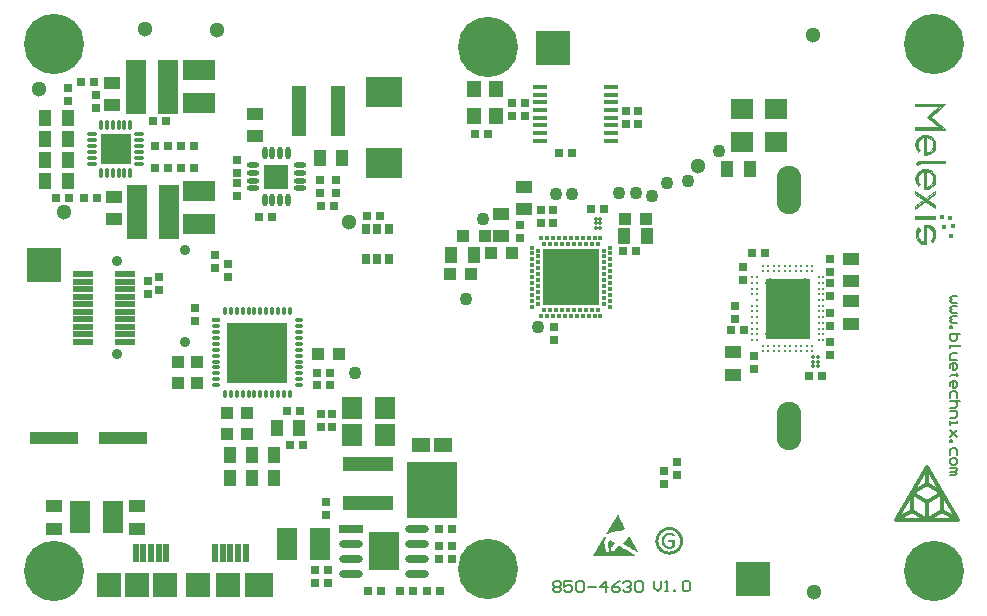
<source format=gts>
G04 Layer_Color=8388736*
%FSLAX44Y44*%
%MOMM*%
G71*
G01*
G75*
%ADD50C,0.3000*%
%ADD55C,0.3000*%
%ADD58C,0.2000*%
%ADD73C,0.8000*%
%ADD80C,0.3500*%
%ADD102C,0.1016*%
%ADD103R,2.5500X3.2500*%
%ADD104R,0.3302X0.3302*%
%ADD105R,3.0000X3.0000*%
G04:AMPARAMS|DCode=106|XSize=0.4mm|YSize=0.4mm|CornerRadius=0.125mm|HoleSize=0mm|Usage=FLASHONLY|Rotation=90.000|XOffset=0mm|YOffset=0mm|HoleType=Round|Shape=RoundedRectangle|*
%AMROUNDEDRECTD106*
21,1,0.4000,0.1500,0,0,90.0*
21,1,0.1500,0.4000,0,0,90.0*
1,1,0.2500,0.0750,0.0750*
1,1,0.2500,0.0750,-0.0750*
1,1,0.2500,-0.0750,-0.0750*
1,1,0.2500,-0.0750,0.0750*
%
%ADD106ROUNDEDRECTD106*%
%ADD107R,4.7000X4.7000*%
%ADD108C,1.1000*%
%ADD109R,1.0000X1.1000*%
%ADD110R,0.7000X0.9000*%
%ADD111R,0.7000X0.7000*%
%ADD112R,0.7000X0.7000*%
%ADD113R,1.7000X0.5000*%
%ADD114R,1.7000X0.5000*%
%ADD115O,2.0000X0.7000*%
%ADD116R,2.0000X0.7000*%
%ADD117R,4.3000X1.3000*%
%ADD118R,5.2000X5.2000*%
%ADD119O,0.3500X0.7500*%
%ADD120O,0.7500X0.3500*%
%ADD121R,0.7500X0.3500*%
%ADD122C,0.2800*%
%ADD123R,1.7000X2.8000*%
%ADD124R,2.4000X2.0000*%
%ADD125R,0.5000X1.5000*%
%ADD126R,2.0000X2.0000*%
%ADD127R,4.2500X4.7500*%
%ADD128R,1.5500X1.2500*%
%ADD129R,1.1000X1.0000*%
%ADD130R,1.1000X1.4000*%
%ADD131R,4.1000X1.1000*%
%ADD132R,1.2000X1.4000*%
%ADD133R,1.7000X4.6000*%
%ADD134R,1.4000X1.1000*%
%ADD135R,3.1000X2.5000*%
%ADD136R,1.9000X1.7000*%
%ADD137O,0.3500X0.9000*%
%ADD138O,0.9000X0.3500*%
%ADD139R,2.5000X2.5000*%
%ADD140O,1.1000X0.4500*%
%ADD141O,0.4500X1.1000*%
%ADD142R,2.0500X2.0500*%
%ADD143R,1.3000X4.3000*%
%ADD144R,2.8000X1.7000*%
%ADD145R,1.3000X0.4000*%
%ADD146R,1.7000X1.9000*%
%ADD147C,0.9000*%
%ADD148C,5.1000*%
%ADD149R,3.8000X5.1000*%
%ADD150C,1.3000*%
%ADD151O,2.1000X4.1000*%
G36*
X505490Y74962D02*
X505536Y74916D01*
X505582Y74824D01*
X505674Y74641D01*
X505811Y74366D01*
X505994Y74000D01*
X506223Y73541D01*
X506544Y72946D01*
X506911Y72167D01*
X507369Y71250D01*
X507644Y70746D01*
X507965Y70196D01*
X508285Y69555D01*
X508606Y68868D01*
X508973Y68180D01*
X509385Y67401D01*
X509843Y66531D01*
X510302Y65660D01*
X510760Y64698D01*
X511310Y63690D01*
Y63644D01*
X511264Y63552D01*
X511172Y63415D01*
X511035Y63232D01*
X510897Y62957D01*
X510622Y62727D01*
X510347Y62453D01*
X509981Y62178D01*
X509523Y61857D01*
X509019Y61582D01*
X508377Y61353D01*
X507644Y61124D01*
X506819Y60895D01*
X505903Y60757D01*
X504849Y60665D01*
X503657Y60620D01*
X503199D01*
X502878Y60574D01*
X502512Y60528D01*
X502054Y60482D01*
X501595Y60391D01*
X501046Y60299D01*
X499946Y59978D01*
X498800Y59520D01*
X498251Y59245D01*
X497747Y58924D01*
X497242Y58512D01*
X496830Y58054D01*
X496784Y58099D01*
X496647Y58191D01*
X496464Y58283D01*
X496234Y58466D01*
X495730Y58787D01*
X495547Y58970D01*
X495410Y59108D01*
X495455Y59153D01*
X495501Y59291D01*
X495639Y59474D01*
X495822Y59795D01*
X496051Y60116D01*
X496280Y60574D01*
X496601Y61032D01*
X496922Y61536D01*
X497288Y62132D01*
X497655Y62727D01*
X498480Y64056D01*
X499350Y65477D01*
X500267Y66943D01*
X501183Y68409D01*
X502054Y69876D01*
X502878Y71205D01*
X503612Y72396D01*
X503978Y72946D01*
X504253Y73450D01*
X504528Y73862D01*
X504757Y74229D01*
X504986Y74549D01*
X505124Y74779D01*
X505215Y74962D01*
X505261Y75008D01*
X505490D01*
Y74962D01*
D02*
G37*
G36*
X522215Y43162D02*
X522169D01*
X522124Y43116D01*
X522078Y43024D01*
X522032D01*
X521940Y43116D01*
X521803Y43208D01*
X521574Y43299D01*
X521299Y43482D01*
X520978Y43666D01*
X520199Y44078D01*
X519328Y44628D01*
X518275Y45224D01*
X517175Y45865D01*
X516029Y46507D01*
X514884Y47194D01*
X513784Y47835D01*
X512684Y48477D01*
X511676Y49073D01*
X510852Y49577D01*
X510439Y49852D01*
X510118Y50035D01*
X509843Y50218D01*
X509614Y50356D01*
X509431Y50493D01*
X509294Y50585D01*
Y50905D01*
X511493Y52693D01*
X511539Y52738D01*
X511676Y52876D01*
X511860Y53105D01*
X512089Y53426D01*
X512409Y53838D01*
X512776Y54342D01*
X513188Y54984D01*
X513601Y55671D01*
X515113Y56129D01*
X522215Y43162D01*
D02*
G37*
G36*
X493943Y56312D02*
X494081Y56267D01*
X494264Y56129D01*
X494493Y55992D01*
X494951Y55717D01*
X495135Y55579D01*
X495226Y55442D01*
X495181Y55350D01*
X495043Y55121D01*
X494860Y54755D01*
X494631Y54250D01*
X494402Y53655D01*
X494127Y53013D01*
X493898Y52326D01*
X493714Y51639D01*
Y51547D01*
Y51410D01*
Y51272D01*
X493760Y51043D01*
X493806Y50768D01*
Y50447D01*
X493898Y50127D01*
X493943Y49714D01*
X494035Y49256D01*
X494127Y48752D01*
X494264Y48202D01*
X494447Y47652D01*
X494585Y47011D01*
X495043Y45590D01*
X495410Y44170D01*
Y44124D01*
X495455Y44032D01*
X495501Y43849D01*
X495593Y43666D01*
X495776Y43345D01*
X495868Y43208D01*
X495959Y43162D01*
X496830Y42841D01*
X497288D01*
X497334Y42887D01*
X497472Y42933D01*
X497563Y43070D01*
X497701Y43253D01*
X497838Y43574D01*
X497930Y43987D01*
X497976Y44536D01*
Y44765D01*
Y44857D01*
Y45040D01*
X497930Y45361D01*
X497884Y45774D01*
X497747Y46186D01*
X497609Y46644D01*
X497380Y47056D01*
X497059Y47423D01*
Y47469D01*
X497105Y47606D01*
Y47790D01*
X497151Y48019D01*
X497197Y48523D01*
X497242Y48752D01*
Y48935D01*
Y49073D01*
Y49118D01*
Y49256D01*
X497197Y49439D01*
Y49714D01*
X497105Y50035D01*
X497013Y50402D01*
X496876Y50814D01*
X496693Y51272D01*
X496784Y51318D01*
X496968Y51501D01*
X497242Y51776D01*
X497563Y52097D01*
X497930Y52463D01*
X498205Y52876D01*
X498434Y53242D01*
X498571Y53563D01*
X498709D01*
X498800Y53471D01*
X498892Y53380D01*
X499075Y53242D01*
X499579Y52876D01*
X500175Y52418D01*
X500862Y51959D01*
X501550Y51547D01*
X502283Y51181D01*
X502970Y50905D01*
Y50768D01*
X502924Y50676D01*
X502787Y50539D01*
X502558Y50264D01*
X502374Y50081D01*
X502145Y49852D01*
X501870Y49531D01*
X501550Y49210D01*
X501183Y48844D01*
X500725Y48385D01*
X500221Y47881D01*
X499625Y47332D01*
Y47286D01*
X499579Y47194D01*
X499534Y47011D01*
X499442Y46827D01*
X499304Y46415D01*
X499259Y46232D01*
Y46048D01*
Y44674D01*
Y44628D01*
X499304Y44536D01*
X499350Y44490D01*
X499717Y43987D01*
X500083Y43712D01*
X500587D01*
X500771Y43757D01*
X501046Y43849D01*
X501366Y43987D01*
X501687Y44124D01*
X502008Y44307D01*
X502329Y44490D01*
X502512Y44765D01*
X503062Y45590D01*
Y45636D01*
X503108Y45682D01*
X503337Y45957D01*
X503612Y46369D01*
X504024Y46873D01*
X504482Y47377D01*
X505032Y47973D01*
X505674Y48477D01*
X506315Y48935D01*
X506361Y48889D01*
X506453Y48844D01*
X506682Y48706D01*
X506911Y48569D01*
X507231Y48385D01*
X507598Y48156D01*
X508010Y47881D01*
X508515Y47561D01*
X509568Y46919D01*
X510760Y46186D01*
X511997Y45407D01*
X513326Y44582D01*
X514609Y43757D01*
X515892Y42978D01*
X517083Y42245D01*
X518137Y41558D01*
X518595Y41283D01*
X519008Y41008D01*
X519420Y40779D01*
X519741Y40550D01*
X519970Y40367D01*
X520153Y40275D01*
X520291Y40183D01*
X520336Y40138D01*
Y40046D01*
X484183D01*
X484092Y40092D01*
X484000Y40138D01*
X483954Y40275D01*
X493806Y56358D01*
X493898D01*
X493943Y56312D01*
D02*
G37*
G36*
X549561Y64479D02*
X549996Y64431D01*
X550479Y64334D01*
X551010Y64237D01*
X551590Y64093D01*
X552266Y63899D01*
X552894Y63706D01*
X553619Y63416D01*
X554295Y63078D01*
X555020Y62691D01*
X555696Y62208D01*
X556373Y61725D01*
X557049Y61097D01*
X557097Y61049D01*
X557194Y60952D01*
X557387Y60759D01*
X557580Y60469D01*
X557822Y60131D01*
X558112Y59745D01*
X558450Y59310D01*
X558788Y58778D01*
X559078Y58199D01*
X559416Y57571D01*
X559706Y56894D01*
X559948Y56170D01*
X560141Y55348D01*
X560334Y54527D01*
X560431Y53706D01*
X560479Y52788D01*
Y52740D01*
Y52595D01*
Y52305D01*
X560431Y51967D01*
X560382Y51532D01*
X560286Y51049D01*
X560189Y50517D01*
X560044Y49889D01*
X559851Y49261D01*
X559658Y48585D01*
X559368Y47908D01*
X559030Y47184D01*
X558643Y46459D01*
X558160Y45783D01*
X557677Y45106D01*
X557049Y44430D01*
X557001Y44382D01*
X556904Y44285D01*
X556711Y44140D01*
X556421Y43899D01*
X556083Y43657D01*
X555696Y43367D01*
X555261Y43077D01*
X554730Y42739D01*
X554150Y42449D01*
X553522Y42111D01*
X552846Y41821D01*
X552121Y41580D01*
X551300Y41338D01*
X550479Y41193D01*
X549657Y41097D01*
X548740Y41048D01*
X548256D01*
X547918Y41097D01*
X547483Y41145D01*
X547000Y41241D01*
X546469Y41338D01*
X545889Y41483D01*
X545213Y41628D01*
X544585Y41870D01*
X543860Y42160D01*
X543184Y42498D01*
X542459Y42884D01*
X541783Y43319D01*
X541106Y43850D01*
X540430Y44430D01*
X540382Y44478D01*
X540285Y44575D01*
X540092Y44768D01*
X539899Y45058D01*
X539657Y45396D01*
X539367Y45783D01*
X539029Y46218D01*
X538739Y46749D01*
X538401Y47329D01*
X538063Y47957D01*
X537773Y48681D01*
X537531Y49406D01*
X537338Y50179D01*
X537145Y51000D01*
X537048Y51870D01*
X537000Y52788D01*
Y52836D01*
Y53029D01*
Y53271D01*
X537048Y53609D01*
X537097Y54044D01*
X537193Y54527D01*
X537290Y55058D01*
X537435Y55638D01*
X537628Y56315D01*
X537821Y56943D01*
X538111Y57667D01*
X538449Y58344D01*
X538836Y59068D01*
X539319Y59745D01*
X539850Y60421D01*
X540430Y61097D01*
X540478Y61146D01*
X540575Y61242D01*
X540768Y61435D01*
X541058Y61629D01*
X541396Y61870D01*
X541783Y62160D01*
X542218Y62498D01*
X542749Y62836D01*
X543329Y63126D01*
X543957Y63464D01*
X544633Y63754D01*
X545406Y63996D01*
X546179Y64189D01*
X547000Y64382D01*
X547822Y64479D01*
X548740Y64527D01*
X549223D01*
X549561Y64479D01*
D02*
G37*
%LPC*%
G36*
X548740Y61967D02*
X548353D01*
X548111Y61919D01*
X547773Y61870D01*
X547387Y61822D01*
X546517Y61629D01*
X545454Y61290D01*
X544392Y60807D01*
X543812Y60518D01*
X543280Y60179D01*
X542749Y59745D01*
X542218Y59261D01*
X542169Y59213D01*
X542121Y59117D01*
X541976Y58972D01*
X541783Y58778D01*
X541590Y58537D01*
X541396Y58199D01*
X541155Y57860D01*
X540913Y57426D01*
X540382Y56508D01*
X539995Y55397D01*
X539657Y54141D01*
X539609Y53464D01*
X539561Y52788D01*
Y52740D01*
Y52643D01*
Y52401D01*
X539609Y52160D01*
X539657Y51822D01*
X539705Y51435D01*
X539899Y50566D01*
X540188Y49503D01*
X540672Y48440D01*
X541010Y47860D01*
X541348Y47329D01*
X541735Y46797D01*
X542218Y46266D01*
X542266Y46218D01*
X542363Y46169D01*
X542507Y46024D01*
X542701Y45831D01*
X542942Y45638D01*
X543280Y45445D01*
X543619Y45203D01*
X544053Y44962D01*
X545020Y44430D01*
X546131Y44044D01*
X547387Y43705D01*
X548015Y43657D01*
X548740Y43609D01*
X549126D01*
X549368Y43657D01*
X549706Y43705D01*
X550092Y43754D01*
X550962Y43947D01*
X551976Y44237D01*
X553088Y44720D01*
X553619Y45058D01*
X554150Y45396D01*
X554682Y45783D01*
X555213Y46266D01*
X555261Y46314D01*
X555310Y46411D01*
X555455Y46556D01*
X555648Y46749D01*
X555841Y46990D01*
X556083Y47329D01*
X556324Y47667D01*
X556566Y48102D01*
X557049Y49068D01*
X557484Y50179D01*
X557822Y51435D01*
X557870Y52063D01*
X557919Y52788D01*
Y52836D01*
Y52933D01*
Y53174D01*
X557870Y53416D01*
X557822Y53754D01*
X557774Y54141D01*
X557580Y55010D01*
X557242Y56025D01*
X556759Y57087D01*
X556469Y57667D01*
X556131Y58199D01*
X555696Y58730D01*
X555213Y59261D01*
X555165Y59310D01*
X555117Y59358D01*
X554923Y59503D01*
X554730Y59696D01*
X554488Y59889D01*
X554150Y60131D01*
X553812Y60373D01*
X553426Y60614D01*
X552459Y61097D01*
X551348Y61532D01*
X550092Y61870D01*
X549464Y61919D01*
X548740Y61967D01*
D02*
G37*
%LPD*%
G36*
X549947Y59406D02*
X550479Y59310D01*
X550624D01*
X550914Y59261D01*
X551300Y59165D01*
X551735Y59020D01*
X551783D01*
X551831Y58972D01*
X552025Y58923D01*
X552314Y58778D01*
X552556Y58633D01*
X552604D01*
X552749Y58537D01*
X552894Y58440D01*
X553039Y58344D01*
X553088D01*
X553136Y58247D01*
X553232Y58005D01*
Y57957D01*
X553281Y57860D01*
Y57716D01*
Y57426D01*
Y57377D01*
Y57329D01*
X553232Y57039D01*
Y56991D01*
Y56943D01*
X553184Y56749D01*
Y56701D01*
X553088Y56604D01*
X553039D01*
X552943Y56556D01*
X552894D01*
X552846Y56604D01*
X552701Y56653D01*
X552508Y56749D01*
X552459Y56798D01*
X552314Y56894D01*
X552073Y56991D01*
X551735Y57136D01*
X551638Y57184D01*
X551397Y57281D01*
X551058Y57426D01*
X550575Y57522D01*
X550527D01*
X550479Y57571D01*
X550334D01*
X550140Y57619D01*
X549657Y57667D01*
X548981Y57716D01*
X548595D01*
X548353Y57667D01*
X547725Y57571D01*
X547049Y57329D01*
X547000D01*
X546904Y57281D01*
X546759Y57184D01*
X546566Y57087D01*
X546131Y56798D01*
X545648Y56363D01*
Y56315D01*
X545551Y56266D01*
X545454Y56121D01*
X545309Y55928D01*
X545020Y55445D01*
X544730Y54817D01*
Y54769D01*
X544681Y54672D01*
X544633Y54479D01*
X544585Y54237D01*
X544537Y53899D01*
X544488Y53561D01*
X544440Y52788D01*
Y52740D01*
Y52595D01*
Y52353D01*
X544488Y52063D01*
X544585Y51387D01*
X544778Y50662D01*
Y50614D01*
X544826Y50517D01*
X544923Y50324D01*
X545020Y50131D01*
X545309Y49599D01*
X545696Y49068D01*
X545744Y49020D01*
X545793Y48971D01*
X545938Y48875D01*
X546131Y48730D01*
X546566Y48391D01*
X547145Y48102D01*
X547194D01*
X547290Y48053D01*
X547483Y48005D01*
X547677Y47957D01*
X548256Y47860D01*
X548981Y47812D01*
X549368D01*
X549706Y47860D01*
X550140Y47957D01*
X550189D01*
X550237Y48005D01*
X550479Y48053D01*
X550817Y48198D01*
X551203Y48343D01*
Y51870D01*
X548160D01*
X548111Y51918D01*
X548063Y52015D01*
Y52063D01*
X548015Y52112D01*
X547966Y52305D01*
Y52353D01*
Y52401D01*
Y52691D01*
Y52740D01*
Y52788D01*
Y53029D01*
Y53078D01*
X548015Y53126D01*
Y53223D01*
X548063Y53271D01*
X548111Y53319D01*
X548160Y53416D01*
X548208Y53464D01*
X552798D01*
X552943Y53416D01*
X553088Y53319D01*
X553136Y53271D01*
X553184Y53174D01*
X553232Y53029D01*
X553281Y52740D01*
Y47667D01*
Y47619D01*
Y47522D01*
X553184Y47232D01*
Y47184D01*
X553136Y47136D01*
X553039Y47039D01*
X552846Y46990D01*
X552798Y46942D01*
X552604Y46894D01*
X552314Y46749D01*
X551976Y46604D01*
X551880D01*
X551687Y46507D01*
X551348Y46411D01*
X550962Y46314D01*
X550865D01*
X550672Y46266D01*
X550334Y46218D01*
X549947Y46121D01*
X549609D01*
X549271Y46073D01*
X548643D01*
X548353Y46121D01*
X547966D01*
X547532Y46169D01*
X547097Y46266D01*
X546131Y46556D01*
X546082D01*
X545938Y46652D01*
X545696Y46749D01*
X545406Y46894D01*
X544730Y47329D01*
X544005Y47860D01*
X543957Y47908D01*
X543860Y48005D01*
X543715Y48198D01*
X543522Y48440D01*
X543329Y48730D01*
X543087Y49116D01*
X542701Y49938D01*
Y49986D01*
X542652Y50131D01*
X542556Y50421D01*
X542507Y50759D01*
X542411Y51145D01*
X542314Y51628D01*
X542266Y52112D01*
Y52691D01*
Y52740D01*
Y52933D01*
X542314Y53223D01*
Y53609D01*
X542363Y54044D01*
X542459Y54479D01*
X542749Y55445D01*
X542797Y55493D01*
X542846Y55686D01*
X542942Y55928D01*
X543135Y56218D01*
X543570Y56894D01*
X544150Y57619D01*
X544198Y57667D01*
X544295Y57764D01*
X544488Y57957D01*
X544730Y58150D01*
X545020Y58344D01*
X545406Y58585D01*
X546227Y58972D01*
X546276D01*
X546421Y59068D01*
X546711Y59117D01*
X547049Y59213D01*
X547435Y59310D01*
X547918Y59358D01*
X548401Y59455D01*
X549464D01*
X549947Y59406D01*
D02*
G37*
D50*
X679187Y227660D02*
D03*
Y232477D02*
D03*
X618857Y261378D02*
D03*
Y266195D02*
D03*
X665335Y213500D02*
D03*
X618857Y232477D02*
D03*
X669996Y285172D02*
D03*
X665335D02*
D03*
X660675D02*
D03*
X656013D02*
D03*
X651352D02*
D03*
X646692D02*
D03*
X642030D02*
D03*
X637369D02*
D03*
X618857Y237293D02*
D03*
X632709Y285172D02*
D03*
X628047Y213500D02*
D03*
X632709D02*
D03*
X637369D02*
D03*
X642030D02*
D03*
X646692D02*
D03*
X651352D02*
D03*
X656013D02*
D03*
X660675D02*
D03*
X618857Y246928D02*
D03*
Y227660D02*
D03*
X679187Y266195D02*
D03*
Y261378D02*
D03*
Y246928D02*
D03*
Y242111D02*
D03*
Y275829D02*
D03*
Y222843D02*
D03*
X618857D02*
D03*
Y242111D02*
D03*
X628047Y285172D02*
D03*
X679187Y271012D02*
D03*
Y256562D02*
D03*
Y251744D02*
D03*
Y237293D02*
D03*
X669996Y213500D02*
D03*
X618857Y251744D02*
D03*
Y271012D02*
D03*
Y275829D02*
D03*
D55*
X741029Y70500D02*
X767010Y115500D01*
X792990Y70500D01*
X741029D02*
X792990D01*
X780000Y78000D02*
X792990Y70500D01*
X741029D02*
X754019Y78000D01*
X767010Y100500D02*
Y115500D01*
Y70500D02*
X780000Y78000D01*
Y93000D01*
X754019Y78000D02*
X767010Y70500D01*
X754019Y78000D02*
Y93000D01*
X767010Y100500D01*
X780000Y93000D01*
X754019D02*
X767010Y85500D01*
Y70500D02*
Y85500D01*
X780000Y93000D01*
D58*
X792165Y260000D02*
X787916D01*
X786500Y258584D01*
X787916Y257168D01*
X786500Y255751D01*
X787916Y254335D01*
X792165D01*
Y251503D02*
X787916D01*
X786500Y250086D01*
X787916Y248670D01*
X786500Y247254D01*
X787916Y245838D01*
X792165D01*
Y243006D02*
X787916D01*
X786500Y241589D01*
X787916Y240173D01*
X786500Y238757D01*
X787916Y237341D01*
X792165D01*
X786500Y234508D02*
X787916D01*
Y233092D01*
X786500D01*
Y234508D01*
X794997Y227427D02*
X786500D01*
Y223179D01*
X787916Y221762D01*
X789332D01*
X790749D01*
X792165Y223179D01*
Y227427D01*
X786500Y218930D02*
Y216098D01*
Y217514D01*
X794997D01*
Y218930D01*
X792165Y211849D02*
X787916D01*
X786500Y210433D01*
Y206184D01*
X792165D01*
X786500Y199103D02*
Y201935D01*
X787916Y203352D01*
X790749D01*
X792165Y201935D01*
Y199103D01*
X790749Y197687D01*
X789332D01*
Y203352D01*
X793581Y193438D02*
X792165D01*
Y194854D01*
Y192022D01*
Y193438D01*
X787916D01*
X786500Y192022D01*
Y183525D02*
Y186357D01*
X787916Y187773D01*
X790749D01*
X792165Y186357D01*
Y183525D01*
X790749Y182108D01*
X789332D01*
Y187773D01*
X792165Y173611D02*
Y177860D01*
X790749Y179276D01*
X787916D01*
X786500Y177860D01*
Y173611D01*
X794997Y170779D02*
X786500D01*
X790749D01*
X792165Y169363D01*
Y166530D01*
X790749Y165114D01*
X786500D01*
Y162281D02*
X792165D01*
Y158033D01*
X790749Y156617D01*
X786500D01*
Y153784D02*
Y150952D01*
Y152368D01*
X792165D01*
Y153784D01*
Y146703D02*
X786500Y141038D01*
X789332Y143871D01*
X792165Y141038D01*
X786500Y146703D01*
Y138206D02*
X787916D01*
Y136790D01*
X786500D01*
Y138206D01*
X792165Y125460D02*
Y129709D01*
X790749Y131125D01*
X787916D01*
X786500Y129709D01*
Y125460D01*
Y121211D02*
Y118379D01*
X787916Y116963D01*
X790749D01*
X792165Y118379D01*
Y121211D01*
X790749Y122627D01*
X787916D01*
X786500Y121211D01*
Y114130D02*
X792165D01*
Y112714D01*
X790749Y111298D01*
X786500D01*
X790749D01*
X792165Y109882D01*
X790749Y108465D01*
X786500D01*
X536000Y18997D02*
Y12999D01*
X538999Y10000D01*
X541998Y12999D01*
Y18997D01*
X544997Y10000D02*
X547996D01*
X546497D01*
Y18997D01*
X544997Y17498D01*
X552495Y10000D02*
Y11500D01*
X553994D01*
Y10000D01*
X552495D01*
X559992Y17498D02*
X561492Y18997D01*
X564491D01*
X565990Y17498D01*
Y11500D01*
X564491Y10000D01*
X561492D01*
X559992Y11500D01*
Y17498D01*
X450000Y17331D02*
X451666Y18997D01*
X454998D01*
X456665Y17331D01*
Y15664D01*
X454998Y13998D01*
X456665Y12332D01*
Y10666D01*
X454998Y9000D01*
X451666D01*
X450000Y10666D01*
Y12332D01*
X451666Y13998D01*
X450000Y15664D01*
Y17331D01*
X451666Y13998D02*
X454998D01*
X466661Y18997D02*
X459997D01*
Y13998D01*
X463329Y15664D01*
X464995D01*
X466661Y13998D01*
Y10666D01*
X464995Y9000D01*
X461663D01*
X459997Y10666D01*
X469994Y17331D02*
X471660Y18997D01*
X474992D01*
X476658Y17331D01*
Y10666D01*
X474992Y9000D01*
X471660D01*
X469994Y10666D01*
Y17331D01*
X479990Y13998D02*
X486655D01*
X494986Y9000D02*
Y18997D01*
X489987Y13998D01*
X496652D01*
X506648Y18997D02*
X503316Y17331D01*
X499984Y13998D01*
Y10666D01*
X501650Y9000D01*
X504982D01*
X506648Y10666D01*
Y12332D01*
X504982Y13998D01*
X499984D01*
X509981Y17331D02*
X511647Y18997D01*
X514979D01*
X516645Y17331D01*
Y15664D01*
X514979Y13998D01*
X513313D01*
X514979D01*
X516645Y12332D01*
Y10666D01*
X514979Y9000D01*
X511647D01*
X509981Y10666D01*
X519977Y17331D02*
X521644Y18997D01*
X524976D01*
X526642Y17331D01*
Y10666D01*
X524976Y9000D01*
X521644D01*
X519977Y10666D01*
Y17331D01*
D73*
X634022Y270736D02*
D03*
Y227936D02*
D03*
X664022Y270736D02*
D03*
Y227936D02*
D03*
D80*
X486417Y325570D02*
D03*
Y321571D02*
D03*
Y317571D02*
D03*
X490417Y325570D02*
D03*
Y321571D02*
D03*
Y317571D02*
D03*
X674500Y200500D02*
D03*
Y204500D02*
D03*
Y208500D02*
D03*
X670500Y200500D02*
D03*
Y204500D02*
D03*
Y208500D02*
D03*
D102*
X757204Y420508D02*
Y421270D01*
Y420508D02*
X776762D01*
Y420000D02*
Y420508D01*
X776508Y419746D02*
X776762Y420000D01*
X769142Y411872D02*
X776508Y419746D01*
X769142Y411872D02*
X776762Y402982D01*
X767364Y411618D02*
X776762Y402982D01*
X766856Y411872D02*
X767364Y411618D01*
X766856Y411872D02*
X776000Y420000D01*
X776254D01*
X777270Y420508D01*
X777016Y420762D02*
X777270Y420508D01*
X767618Y411872D02*
X777016Y420762D01*
X767618Y411872D02*
X777524Y402728D01*
X757458D02*
X777524D01*
X757458Y402220D02*
Y402728D01*
X757204Y402220D02*
X757458D01*
X757204D02*
Y402982D01*
X779048D01*
Y402220D02*
Y402982D01*
X768380Y411872D02*
X779048Y402220D01*
X768380Y411872D02*
X778032Y420762D01*
Y421016D01*
X779048D01*
Y420762D02*
Y421016D01*
X757204Y420762D02*
X779048D01*
X757204D02*
Y421524D01*
X757712D01*
Y422286D01*
X757204D02*
X757712D01*
X757204Y421524D02*
Y422286D01*
Y421524D02*
X780318D01*
Y421778D01*
X769396Y411872D02*
X780318Y421778D01*
X769396Y411872D02*
X780064Y402220D01*
X757204D02*
X780064D01*
X757204Y401458D02*
Y402220D01*
Y401458D02*
X781842D01*
X770158Y411872D02*
X781842Y401458D01*
X770158Y411872D02*
X781842Y422286D01*
X757204D02*
X781842D01*
X762792Y366152D02*
X763046Y366406D01*
X761776Y365390D02*
X762792Y366152D01*
X761014Y364882D02*
X761776Y365390D01*
X760760Y364374D02*
X761014Y364882D01*
X759998Y363612D02*
X760760Y364374D01*
X759236Y362596D02*
X759998Y363612D01*
X758728Y361326D02*
X759236Y362596D01*
X758474Y360056D02*
X758728Y361326D01*
X758474Y360056D02*
X758728Y357262D01*
X759490Y355230D01*
X760252Y354468D01*
X759744Y353960D02*
X760252Y354468D01*
X759236D02*
X759744Y353960D01*
X758728Y355484D02*
X759236Y354468D01*
X758474Y356500D02*
X758728Y355484D01*
X757966Y357262D02*
X758474Y356500D01*
X757966Y357262D02*
Y360310D01*
X758220Y361072D01*
X758474Y362088D01*
X759236Y363358D01*
X760252Y364882D01*
X761268Y365644D01*
Y365898D01*
X762030Y366406D01*
X762284Y365390D01*
X763046Y366406D01*
X763808Y366914D01*
X764062Y366660D01*
X762792Y365390D02*
X764062Y366660D01*
Y365898D02*
X764824Y366406D01*
X766348Y366660D01*
X767872D01*
X768888Y366152D01*
X770158Y365644D01*
X771174Y364882D01*
X771682Y364120D01*
X772698Y363104D01*
X772952Y361834D01*
X773460Y360310D01*
Y356754D02*
Y360310D01*
X772952Y356246D02*
X773460Y356754D01*
X772444Y354976D02*
X772952Y356246D01*
X771682Y354214D02*
X772444Y354976D01*
X770412Y352690D02*
X771682Y354214D01*
X769904Y352436D02*
X770412Y352690D01*
X768634Y351928D02*
X769904Y352436D01*
X767618Y351420D02*
X768634Y351928D01*
X766602Y351166D02*
X767618Y351420D01*
X765840D02*
X766602Y351166D01*
X765840Y351420D02*
X766348Y351928D01*
X766856D01*
X768126Y352182D01*
X770158Y353198D01*
X770920Y353706D01*
X771936Y354976D01*
X772444Y355992D01*
X772952Y357262D01*
X773206Y358532D01*
Y359802D01*
X772952Y360564D02*
X773206Y359802D01*
X772698Y362088D02*
X772952Y360564D01*
X771936Y362850D02*
X772698Y362088D01*
X771428Y363866D02*
X771936Y362850D01*
X770666Y364374D02*
X771428Y363866D01*
X769650Y365136D02*
X770666Y364374D01*
X768126Y365898D02*
X769650Y365136D01*
X766856Y366152D02*
X768126Y365898D01*
X765840D02*
X766856Y366152D01*
X765078Y365136D02*
X765840Y365898D01*
X765078Y365136D02*
Y365644D01*
X765586D01*
Y353198D02*
Y365644D01*
X765332Y352944D02*
X765586Y353198D01*
X765332Y351674D02*
Y352944D01*
Y351674D02*
X765840Y352436D01*
X766348Y352944D01*
Y365390D01*
X766856D01*
X767872Y365136D01*
X770412Y363866D01*
X771174Y362850D01*
X771936Y362088D01*
X772190Y360818D01*
X772444Y359802D01*
Y357516D02*
Y359802D01*
X771428Y355484D02*
X772444Y357516D01*
X770666Y354468D02*
X771428Y355484D01*
X769904Y353706D02*
X770666Y354468D01*
X768634Y352944D02*
X769904Y353706D01*
X767364Y352690D02*
X768634Y352944D01*
X766348Y352690D02*
X767364D01*
X765586Y351420D02*
X766348Y352690D01*
X764824Y350658D02*
X765586Y351420D01*
X764824Y350658D02*
Y364628D01*
X764570Y365390D02*
X764824Y364628D01*
X763808Y365390D02*
X764570D01*
X762792Y365136D02*
X763808Y365390D01*
X762284Y364628D02*
X762792Y365136D01*
X762284Y364628D02*
X762538Y365136D01*
X760760Y363358D02*
X762538Y365136D01*
X759998Y362342D02*
X760760Y363358D01*
X759490Y361580D02*
X759998Y362342D01*
X759490Y361580D02*
Y361834D01*
X759236Y360564D02*
X759490Y361834D01*
X758982Y359548D02*
X759236Y360564D01*
X758982Y357516D02*
Y359548D01*
Y357516D02*
X759236Y356500D01*
X759998Y355484D01*
X761014Y354468D01*
X759744Y353198D02*
X761014Y354468D01*
X759236Y353706D02*
X759744Y353198D01*
X758728Y354468D02*
X759236Y353706D01*
X757966Y355738D02*
X758728Y354468D01*
X757458Y357262D02*
X757966Y355738D01*
X757204Y358532D02*
X757458Y357262D01*
X757204Y358532D02*
Y360056D01*
X757458Y361326D01*
X757966Y362342D01*
X758728Y363612D01*
X759744Y365136D01*
X761522Y366660D01*
X763046Y367168D01*
X764062Y367422D01*
X767110D01*
X768888Y366914D01*
X770158Y366406D01*
X771428Y365390D01*
X772952Y363358D01*
X773460Y362342D01*
X773714Y361072D01*
X773968Y360056D01*
Y357008D02*
Y360056D01*
X773460Y355484D02*
X773968Y357008D01*
X772698Y354214D02*
X773460Y355484D01*
X770412Y351928D02*
X772698Y354214D01*
X769396Y351420D02*
X770412Y351928D01*
X768126Y350912D02*
X769396Y351420D01*
X766602Y350658D02*
X768126Y350912D01*
X764824Y350658D02*
X766602D01*
X762792Y395108D02*
X763046Y395362D01*
X761776Y394346D02*
X762792Y395108D01*
X761014Y393838D02*
X761776Y394346D01*
X760760Y393330D02*
X761014Y393838D01*
X759998Y392568D02*
X760760Y393330D01*
X759236Y391552D02*
X759998Y392568D01*
X758728Y390282D02*
X759236Y391552D01*
X758474Y389012D02*
X758728Y390282D01*
X758474Y389012D02*
X758728Y386218D01*
X759490Y384186D01*
X760252Y383424D01*
X759744Y382916D02*
X760252Y383424D01*
X759236D02*
X759744Y382916D01*
X758728Y384440D02*
X759236Y383424D01*
X758474Y385456D02*
X758728Y384440D01*
X757966Y386218D02*
X758474Y385456D01*
X757966Y386218D02*
Y389266D01*
X758220Y390028D01*
X758474Y391044D01*
X759236Y392314D01*
X760252Y393838D01*
X761268Y394600D01*
Y394854D01*
X762030Y395362D01*
X762284Y394346D01*
X763046Y395362D01*
X763808Y395870D01*
X764062Y395616D01*
X762792Y394346D02*
X764062Y395616D01*
X762792Y394346D02*
X764062Y394854D01*
X764824Y395362D01*
X766348Y395616D01*
X767872D01*
X768888Y395108D01*
X770158Y394600D01*
X771174Y393838D01*
X771682Y393076D01*
X772698Y392060D01*
X772952Y390790D01*
X773460Y389266D01*
Y385710D02*
Y389266D01*
X772952Y385202D02*
X773460Y385710D01*
X772444Y383932D02*
X772952Y385202D01*
X771682Y383170D02*
X772444Y383932D01*
X770412Y381646D02*
X771682Y383170D01*
X769904Y381392D02*
X770412Y381646D01*
X768634Y380884D02*
X769904Y381392D01*
X767618Y380376D02*
X768634Y380884D01*
X766602Y380122D02*
X767618Y380376D01*
X765840D02*
X766602Y380122D01*
X765840Y380376D02*
X766348Y380884D01*
X766856D01*
X768126Y381138D01*
X770158Y382154D01*
X770920Y382662D01*
X771936Y383932D01*
X772444Y384948D01*
X772952Y386218D01*
X773206Y387488D01*
Y388758D01*
X772952Y389520D02*
X773206Y388758D01*
X772698Y391044D02*
X772952Y389520D01*
X771936Y391806D02*
X772698Y391044D01*
X771428Y392822D02*
X771936Y391806D01*
X770666Y393330D02*
X771428Y392822D01*
X769650Y394092D02*
X770666Y393330D01*
X768126Y394854D02*
X769650Y394092D01*
X766856Y395108D02*
X768126Y394854D01*
X765840D02*
X766856Y395108D01*
X765078Y394092D02*
X765840Y394854D01*
X765078Y394092D02*
Y394600D01*
X765586D01*
Y382154D02*
Y394600D01*
X765332Y381900D02*
X765586Y382154D01*
X765332Y380630D02*
Y381900D01*
Y380630D02*
X765840Y381392D01*
X766348Y381900D01*
Y394346D01*
X766856D01*
X767872Y394092D01*
X770412Y392822D01*
X771174Y391806D01*
X771936Y391044D01*
X772190Y389774D01*
X772444Y388758D01*
Y386472D02*
Y388758D01*
X771428Y384440D02*
X772444Y386472D01*
X770666Y383424D02*
X771428Y384440D01*
X769904Y382662D02*
X770666Y383424D01*
X768634Y381900D02*
X769904Y382662D01*
X767364Y381646D02*
X768634Y381900D01*
X766348Y381646D02*
X767364D01*
X765586Y380376D02*
X766348Y381646D01*
X764824Y379614D02*
X765586Y380376D01*
X764824Y379614D02*
Y393584D01*
X764570Y394346D02*
X764824Y393584D01*
X763808Y394346D02*
X764570D01*
X762792Y394092D02*
X763808Y394346D01*
X762284Y393584D02*
X762792Y394092D01*
X762284Y393584D02*
X762538Y394092D01*
X760760Y392314D02*
X762538Y394092D01*
X759998Y391298D02*
X760760Y392314D01*
X759490Y390536D02*
X759998Y391298D01*
X759490Y390536D02*
Y390790D01*
X759236Y389520D02*
X759490Y390790D01*
X758982Y388504D02*
X759236Y389520D01*
X758982Y386472D02*
Y388504D01*
Y386472D02*
X759236Y385456D01*
X759998Y384440D01*
X761014Y383424D01*
X759744Y382154D02*
X761014Y383424D01*
X759236Y382662D02*
X759744Y382154D01*
X758728Y383424D02*
X759236Y382662D01*
X757966Y384694D02*
X758728Y383424D01*
X757458Y386218D02*
X757966Y384694D01*
X757204Y387488D02*
X757458Y386218D01*
X757204Y387488D02*
Y389012D01*
X757458Y390282D01*
X757966Y391298D01*
X758728Y392568D01*
X759744Y394092D01*
X761522Y395616D01*
X763046Y396124D01*
X764062Y396378D01*
X767110D01*
X768888Y395870D01*
X770158Y395362D01*
X771428Y394346D01*
X772952Y392314D01*
X773460Y391298D01*
X773714Y390028D01*
X773968Y389012D01*
Y385964D02*
Y389012D01*
X773460Y384440D02*
X773968Y385964D01*
X772698Y383170D02*
X773460Y384440D01*
X770412Y380884D02*
X772698Y383170D01*
X769396Y380376D02*
X770412Y380884D01*
X768126Y379868D02*
X769396Y380376D01*
X766602Y379614D02*
X768126Y379868D01*
X764824Y379614D02*
X766602D01*
X757966Y372248D02*
X758474Y372502D01*
X759236Y373010D01*
X760252Y373518D01*
X761014Y374026D01*
X781588Y373518D02*
Y374026D01*
X761014Y373264D02*
X761776Y373518D01*
X759998Y372756D02*
X761014Y373264D01*
X758474Y371740D02*
X759998Y372756D01*
X758474Y371740D02*
X758982Y371232D01*
X758474Y370978D02*
X758982Y371232D01*
X757458Y372502D02*
X758474Y370978D01*
X757458Y372502D02*
X758728Y373518D01*
X759998Y374280D01*
X761014Y374534D01*
X782350Y372756D02*
Y374534D01*
X761776Y372756D02*
X782350D01*
X760252Y371994D02*
X761776Y372756D01*
X758474Y370978D02*
X760252Y371994D01*
X757712Y347102D02*
X773714Y335164D01*
Y335926D01*
X757712Y347864D02*
X773714Y335926D01*
X757204Y348880D02*
X757712Y347864D01*
X757204Y346594D02*
Y348880D01*
Y346594D02*
X773968Y334402D01*
Y336688D01*
X757204Y348880D02*
X773968Y336688D01*
X757204Y334656D02*
X773714Y347102D01*
X757204Y334656D02*
X757458Y335672D01*
X773460Y347610D01*
X773968Y348880D01*
Y346594D02*
Y348880D01*
X756950Y333894D02*
X773968Y346594D01*
X756950Y333894D02*
Y336180D01*
X773968Y348880D01*
X757458Y326528D02*
X773714D01*
X757458D02*
Y327290D01*
X757204D02*
X757458D01*
X757204Y325766D02*
Y327290D01*
Y325766D02*
X773968D01*
Y327290D01*
X757204D02*
X773968D01*
X765332Y306208D02*
Y319670D01*
X765078Y304684D02*
X765332Y306208D01*
X765078Y304684D02*
X765586Y305192D01*
X764824Y305446D02*
X765586Y305192D01*
X763554Y305446D02*
X764824D01*
X761776Y306208D02*
X763554Y305446D01*
X761014Y306716D02*
X761776Y306208D01*
X761014Y305954D02*
Y306716D01*
Y305954D02*
X762792Y305700D01*
X762030Y305954D02*
X762792Y305700D01*
X761268Y306462D02*
X762030Y305954D01*
X760506Y307478D02*
X761268Y306462D01*
X759744Y308748D02*
X760506Y307478D01*
X759236Y310018D02*
X759744Y308748D01*
X758728Y312558D02*
X759236Y310018D01*
X758728Y312558D02*
X758982Y314336D01*
X760252Y316114D01*
X759490Y315606D02*
X760252Y316114D01*
X759490Y315606D02*
X760252Y316368D01*
X760506Y316876D01*
X759490D02*
X760506D01*
X758474Y314844D02*
X759490Y316876D01*
X757966Y312558D02*
X758474Y314844D01*
X757966Y312558D02*
X758220Y310780D01*
X758982Y308240D01*
X760252Y306462D01*
X762030Y305192D01*
X764570Y304176D01*
X765078Y304430D01*
X764316Y304684D02*
X765078Y304430D01*
X762538Y304938D02*
X764316Y304684D01*
X762538Y304938D02*
X763554Y304684D01*
X764316Y304938D01*
X765078Y304430D01*
X765840Y304176D01*
Y318146D01*
X765332Y318654D02*
X765840Y318146D01*
X765332Y318654D02*
X766602D01*
X765078Y319416D02*
X766602Y318654D01*
X765078Y319416D02*
X766348Y319162D01*
X767364Y318908D01*
X768634Y318654D01*
X767618D02*
X768634D01*
X767618D02*
X768126Y319162D01*
X769142Y318654D01*
X770158Y317638D01*
X770920Y316622D01*
X769904Y317638D02*
X770920Y316622D01*
X769650Y318400D02*
X769904Y317638D01*
X769650Y318400D02*
X770920Y317638D01*
X771174Y316622D01*
X772444Y314844D01*
X772952Y312304D01*
X772698Y310018D02*
X772952Y312304D01*
X772444Y309002D02*
X772698Y310018D01*
X771682Y307732D02*
X772444Y309002D01*
X771174Y306970D02*
X771682Y307732D01*
X771174Y306970D02*
X771682Y306462D01*
X772190Y307224D01*
X772698Y308240D01*
X773206Y310272D01*
Y314590D01*
X771682Y317130D02*
X773206Y314590D01*
X771174Y318146D02*
X771682Y317130D01*
X769650Y319162D02*
X771174Y318146D01*
X767110Y319670D02*
X769650Y319162D01*
X765332Y319924D02*
X767110Y319670D01*
X764570Y320432D02*
X765332Y319924D01*
X764570Y306208D02*
Y320432D01*
X763046Y306208D02*
X764570D01*
X762030Y306716D02*
X763046Y306208D01*
X761268Y307224D02*
X762030Y306716D01*
X760760Y307986D02*
X761268Y307224D01*
X760252Y309002D02*
X760760Y307986D01*
X759744Y310272D02*
X760252Y309002D01*
X759490Y311288D02*
X759744Y310272D01*
X759490Y311288D02*
Y313320D01*
X759998Y314590D01*
X760760Y315860D01*
X761268Y316622D01*
X759490Y318146D02*
X761268Y316622D01*
X758728Y317130D02*
X759490Y318146D01*
X757966Y315098D02*
X758728Y317130D01*
X757458Y313574D02*
X757966Y315098D01*
X757458Y310780D02*
Y313574D01*
Y310780D02*
X757966Y309256D01*
X758982Y306970D01*
X760252Y305700D01*
X761776Y304430D01*
X763554Y303922D01*
X766348D01*
Y318146D01*
X767618D01*
X768634Y317892D01*
X769904Y317130D01*
X771174Y315860D01*
X771682Y314590D01*
X772190Y313574D01*
Y310780D02*
Y313574D01*
X771936Y309764D02*
X772190Y310780D01*
X771428Y308494D02*
X771936Y309764D01*
X770412Y306970D02*
X771428Y308494D01*
X770412Y306970D02*
X771682Y305700D01*
X772444Y306716D01*
X773206Y307986D01*
X773714Y309510D01*
X773968Y310780D01*
Y313574D01*
X773714Y314844D02*
X773968Y313574D01*
X772698Y316876D02*
X773714Y314844D01*
X771682Y318146D02*
X772698Y316876D01*
X770666Y319162D02*
X771682Y318146D01*
X769142Y319924D02*
X770666Y319162D01*
X766602Y320432D02*
X769142Y319924D01*
X764570Y320432D02*
X766602D01*
X781842Y422286D02*
X782096Y422540D01*
X757204D02*
X782096D01*
X757204Y421778D02*
Y422540D01*
X782096Y400950D02*
Y401204D01*
X757204Y400950D02*
X782096D01*
X757204D02*
Y402220D01*
Y325512D02*
Y326528D01*
Y325512D02*
X773968D01*
Y327544D01*
X757204D02*
X773968D01*
X757204Y327036D02*
Y327544D01*
X761014Y374026D02*
X781588D01*
X761014Y374534D02*
X782350D01*
X762792Y365390D02*
X764062Y365898D01*
X761776Y373518D02*
X781588D01*
X757204Y327036D02*
Y327544D01*
X773968D01*
Y325512D02*
Y327544D01*
X757204Y325512D02*
X773968D01*
X757204D02*
Y326528D01*
Y400950D02*
Y402220D01*
Y400950D02*
X782096D01*
Y401204D01*
X757204Y421778D02*
Y422540D01*
X782096D01*
X781842Y422286D02*
X782096Y422540D01*
X764570Y320432D02*
X766602D01*
X769142Y319924D01*
X770666Y319162D01*
X771682Y318146D01*
X772698Y316876D01*
X773714Y314844D01*
X773968Y313574D01*
Y310780D02*
Y313574D01*
X773714Y309510D02*
X773968Y310780D01*
X773206Y307986D02*
X773714Y309510D01*
X772444Y306716D02*
X773206Y307986D01*
X771682Y305700D02*
X772444Y306716D01*
X770412Y306970D02*
X771682Y305700D01*
X770412Y306970D02*
X771428Y308494D01*
X771936Y309764D01*
X772190Y310780D01*
Y313574D01*
X771682Y314590D02*
X772190Y313574D01*
X771174Y315860D02*
X771682Y314590D01*
X769904Y317130D02*
X771174Y315860D01*
X768634Y317892D02*
X769904Y317130D01*
X767618Y318146D02*
X768634Y317892D01*
X766348Y318146D02*
X767618D01*
X766348Y303922D02*
Y318146D01*
X763554Y303922D02*
X766348D01*
X761776Y304430D02*
X763554Y303922D01*
X760252Y305700D02*
X761776Y304430D01*
X758982Y306970D02*
X760252Y305700D01*
X757966Y309256D02*
X758982Y306970D01*
X757458Y310780D02*
X757966Y309256D01*
X757458Y310780D02*
Y313574D01*
X757966Y315098D01*
X758728Y317130D01*
X759490Y318146D01*
X761268Y316622D01*
X760760Y315860D02*
X761268Y316622D01*
X759998Y314590D02*
X760760Y315860D01*
X759490Y313320D02*
X759998Y314590D01*
X759490Y311288D02*
Y313320D01*
Y311288D02*
X759744Y310272D01*
X760252Y309002D01*
X760760Y307986D01*
X761268Y307224D01*
X762030Y306716D01*
X763046Y306208D01*
X764570D01*
Y320432D01*
X765332Y319924D01*
X767110Y319670D01*
X769650Y319162D01*
X771174Y318146D01*
X771682Y317130D01*
X773206Y314590D01*
Y310272D02*
Y314590D01*
X772698Y308240D02*
X773206Y310272D01*
X772190Y307224D02*
X772698Y308240D01*
X771682Y306462D02*
X772190Y307224D01*
X771174Y306970D02*
X771682Y306462D01*
X771174Y306970D02*
X771682Y307732D01*
X772444Y309002D01*
X772698Y310018D01*
X772952Y312304D01*
X772444Y314844D02*
X772952Y312304D01*
X771174Y316622D02*
X772444Y314844D01*
X770920Y317638D02*
X771174Y316622D01*
X769650Y318400D02*
X770920Y317638D01*
X769650Y318400D02*
X769904Y317638D01*
X770920Y316622D01*
X770158Y317638D02*
X770920Y316622D01*
X769142Y318654D02*
X770158Y317638D01*
X768126Y319162D02*
X769142Y318654D01*
X767618D02*
X768126Y319162D01*
X767618Y318654D02*
X768634D01*
X767364Y318908D02*
X768634Y318654D01*
X766348Y319162D02*
X767364Y318908D01*
X765078Y319416D02*
X766348Y319162D01*
X765078Y319416D02*
X766602Y318654D01*
X765332D02*
X766602D01*
X765332D02*
X765840Y318146D01*
Y304176D02*
Y318146D01*
X765078Y304430D02*
X765840Y304176D01*
X764316Y304938D02*
X765078Y304430D01*
X763554Y304684D02*
X764316Y304938D01*
X762538D02*
X763554Y304684D01*
X762538Y304938D02*
X764316Y304684D01*
X765078Y304430D01*
X764570Y304176D02*
X765078Y304430D01*
X762030Y305192D02*
X764570Y304176D01*
X760252Y306462D02*
X762030Y305192D01*
X758982Y308240D02*
X760252Y306462D01*
X758220Y310780D02*
X758982Y308240D01*
X757966Y312558D02*
X758220Y310780D01*
X757966Y312558D02*
X758474Y314844D01*
X759490Y316876D01*
X760506D01*
X760252Y316368D02*
X760506Y316876D01*
X759490Y315606D02*
X760252Y316368D01*
X759490Y315606D02*
X760252Y316114D01*
X758982Y314336D02*
X760252Y316114D01*
X758728Y312558D02*
X758982Y314336D01*
X758728Y312558D02*
X759236Y310018D01*
X759744Y308748D01*
X760506Y307478D01*
X761268Y306462D01*
X762030Y305954D01*
X762792Y305700D01*
X761014Y305954D02*
X762792Y305700D01*
X761014Y305954D02*
Y306716D01*
X761776Y306208D01*
X763554Y305446D01*
X764824D01*
X765586Y305192D01*
X765078Y304684D02*
X765586Y305192D01*
X765078Y304684D02*
X765332Y306208D01*
Y319670D01*
X757204Y327290D02*
X773968D01*
Y325766D02*
Y327290D01*
X757204Y325766D02*
X773968D01*
X757204D02*
Y327290D01*
X757458D01*
Y326528D02*
Y327290D01*
Y326528D02*
X773714D01*
X756950Y336180D02*
X773968Y348880D01*
X756950Y333894D02*
Y336180D01*
Y333894D02*
X773968Y346594D01*
Y348880D01*
X773460Y347610D02*
X773968Y348880D01*
X757458Y335672D02*
X773460Y347610D01*
X757204Y334656D02*
X757458Y335672D01*
X757204Y334656D02*
X773714Y347102D01*
X757204Y348880D02*
X773968Y336688D01*
Y334402D02*
Y336688D01*
X757204Y346594D02*
X773968Y334402D01*
X757204Y346594D02*
Y348880D01*
X757712Y347864D01*
X773714Y335926D01*
Y335164D02*
Y335926D01*
X757712Y347102D02*
X773714Y335164D01*
X758474Y370978D02*
X760252Y371994D01*
X761776Y372756D01*
X782350D01*
Y374534D01*
X761014D02*
X782350D01*
X759998Y374280D02*
X761014Y374534D01*
X758728Y373518D02*
X759998Y374280D01*
X757458Y372502D02*
X758728Y373518D01*
X757458Y372502D02*
X758474Y370978D01*
X758982Y371232D01*
X758474Y371740D02*
X758982Y371232D01*
X758474Y371740D02*
X759998Y372756D01*
X761014Y373264D01*
X761776Y373518D01*
X781588D01*
Y374026D01*
X761014D02*
X781588D01*
X760252Y373518D02*
X761014Y374026D01*
X759236Y373010D02*
X760252Y373518D01*
X758474Y372502D02*
X759236Y373010D01*
X757966Y372248D02*
X758474Y372502D01*
X764824Y379614D02*
X766602D01*
X768126Y379868D01*
X769396Y380376D01*
X770412Y380884D01*
X772698Y383170D01*
X773460Y384440D01*
X773968Y385964D01*
Y389012D01*
X773714Y390028D02*
X773968Y389012D01*
X773460Y391298D02*
X773714Y390028D01*
X772952Y392314D02*
X773460Y391298D01*
X771428Y394346D02*
X772952Y392314D01*
X770158Y395362D02*
X771428Y394346D01*
X768888Y395870D02*
X770158Y395362D01*
X767110Y396378D02*
X768888Y395870D01*
X764062Y396378D02*
X767110D01*
X763046Y396124D02*
X764062Y396378D01*
X761522Y395616D02*
X763046Y396124D01*
X759744Y394092D02*
X761522Y395616D01*
X758728Y392568D02*
X759744Y394092D01*
X757966Y391298D02*
X758728Y392568D01*
X757458Y390282D02*
X757966Y391298D01*
X757204Y389012D02*
X757458Y390282D01*
X757204Y387488D02*
Y389012D01*
Y387488D02*
X757458Y386218D01*
X757966Y384694D01*
X758728Y383424D01*
X759236Y382662D01*
X759744Y382154D01*
X761014Y383424D01*
X759998Y384440D02*
X761014Y383424D01*
X759236Y385456D02*
X759998Y384440D01*
X758982Y386472D02*
X759236Y385456D01*
X758982Y386472D02*
Y388504D01*
X759236Y389520D01*
X759490Y390790D01*
Y390536D02*
Y390790D01*
Y390536D02*
X759998Y391298D01*
X760760Y392314D01*
X762538Y394092D01*
X762284Y393584D02*
X762538Y394092D01*
X762284Y393584D02*
X762792Y394092D01*
X763808Y394346D01*
X764570D01*
X764824Y393584D01*
Y379614D02*
Y393584D01*
Y379614D02*
X765586Y380376D01*
X766348Y381646D01*
X767364D01*
X768634Y381900D01*
X769904Y382662D01*
X770666Y383424D01*
X771428Y384440D01*
X772444Y386472D01*
Y388758D01*
X772190Y389774D02*
X772444Y388758D01*
X771936Y391044D02*
X772190Y389774D01*
X771174Y391806D02*
X771936Y391044D01*
X770412Y392822D02*
X771174Y391806D01*
X767872Y394092D02*
X770412Y392822D01*
X766856Y394346D02*
X767872Y394092D01*
X766348Y394346D02*
X766856D01*
X766348Y381900D02*
Y394346D01*
X765840Y381392D02*
X766348Y381900D01*
X765332Y380630D02*
X765840Y381392D01*
X765332Y380630D02*
Y381900D01*
X765586Y382154D01*
Y394600D01*
X765078D02*
X765586D01*
X765078Y394092D02*
Y394600D01*
Y394092D02*
X765840Y394854D01*
X766856Y395108D01*
X768126Y394854D01*
X769650Y394092D01*
X770666Y393330D01*
X771428Y392822D01*
X771936Y391806D01*
X772698Y391044D01*
X772952Y389520D01*
X773206Y388758D01*
Y387488D02*
Y388758D01*
X772952Y386218D02*
X773206Y387488D01*
X772444Y384948D02*
X772952Y386218D01*
X771936Y383932D02*
X772444Y384948D01*
X770920Y382662D02*
X771936Y383932D01*
X770158Y382154D02*
X770920Y382662D01*
X768126Y381138D02*
X770158Y382154D01*
X766856Y380884D02*
X768126Y381138D01*
X766348Y380884D02*
X766856D01*
X765840Y380376D02*
X766348Y380884D01*
X765840Y380376D02*
X766602Y380122D01*
X767618Y380376D01*
X768634Y380884D01*
X769904Y381392D01*
X770412Y381646D01*
X771682Y383170D01*
X772444Y383932D01*
X772952Y385202D01*
X773460Y385710D01*
Y389266D01*
X772952Y390790D02*
X773460Y389266D01*
X772698Y392060D02*
X772952Y390790D01*
X771682Y393076D02*
X772698Y392060D01*
X771174Y393838D02*
X771682Y393076D01*
X770158Y394600D02*
X771174Y393838D01*
X768888Y395108D02*
X770158Y394600D01*
X767872Y395616D02*
X768888Y395108D01*
X766348Y395616D02*
X767872D01*
X764824Y395362D02*
X766348Y395616D01*
X764062Y394854D02*
X764824Y395362D01*
X762792Y394346D02*
X764062Y394854D01*
X762792Y394346D02*
X764062Y395616D01*
X763808Y395870D02*
X764062Y395616D01*
X763046Y395362D02*
X763808Y395870D01*
X762284Y394346D02*
X763046Y395362D01*
X762030D02*
X762284Y394346D01*
X761268Y394854D02*
X762030Y395362D01*
X761268Y394600D02*
Y394854D01*
X760252Y393838D02*
X761268Y394600D01*
X759236Y392314D02*
X760252Y393838D01*
X758474Y391044D02*
X759236Y392314D01*
X758220Y390028D02*
X758474Y391044D01*
X757966Y389266D02*
X758220Y390028D01*
X757966Y386218D02*
Y389266D01*
Y386218D02*
X758474Y385456D01*
X758728Y384440D01*
X759236Y383424D01*
X759744Y382916D01*
X760252Y383424D01*
X759490Y384186D02*
X760252Y383424D01*
X758728Y386218D02*
X759490Y384186D01*
X758474Y389012D02*
X758728Y386218D01*
X758474Y389012D02*
X758728Y390282D01*
X759236Y391552D01*
X759998Y392568D01*
X760760Y393330D01*
X761014Y393838D01*
X761776Y394346D01*
X762792Y395108D01*
X763046Y395362D01*
X764824Y350658D02*
X766602D01*
X768126Y350912D01*
X769396Y351420D01*
X770412Y351928D01*
X772698Y354214D01*
X773460Y355484D01*
X773968Y357008D01*
Y360056D01*
X773714Y361072D02*
X773968Y360056D01*
X773460Y362342D02*
X773714Y361072D01*
X772952Y363358D02*
X773460Y362342D01*
X771428Y365390D02*
X772952Y363358D01*
X770158Y366406D02*
X771428Y365390D01*
X768888Y366914D02*
X770158Y366406D01*
X767110Y367422D02*
X768888Y366914D01*
X764062Y367422D02*
X767110D01*
X763046Y367168D02*
X764062Y367422D01*
X761522Y366660D02*
X763046Y367168D01*
X759744Y365136D02*
X761522Y366660D01*
X758728Y363612D02*
X759744Y365136D01*
X757966Y362342D02*
X758728Y363612D01*
X757458Y361326D02*
X757966Y362342D01*
X757204Y360056D02*
X757458Y361326D01*
X757204Y358532D02*
Y360056D01*
Y358532D02*
X757458Y357262D01*
X757966Y355738D01*
X758728Y354468D01*
X759236Y353706D01*
X759744Y353198D01*
X761014Y354468D01*
X759998Y355484D02*
X761014Y354468D01*
X759236Y356500D02*
X759998Y355484D01*
X758982Y357516D02*
X759236Y356500D01*
X758982Y357516D02*
Y359548D01*
X759236Y360564D01*
X759490Y361834D01*
Y361580D02*
Y361834D01*
Y361580D02*
X759998Y362342D01*
X760760Y363358D01*
X762538Y365136D01*
X762284Y364628D02*
X762538Y365136D01*
X762284Y364628D02*
X762792Y365136D01*
X763808Y365390D01*
X764570D01*
X764824Y364628D01*
Y350658D02*
Y364628D01*
Y350658D02*
X765586Y351420D01*
X766348Y352690D01*
X767364D01*
X768634Y352944D01*
X769904Y353706D01*
X770666Y354468D01*
X771428Y355484D01*
X772444Y357516D01*
Y359802D01*
X772190Y360818D02*
X772444Y359802D01*
X771936Y362088D02*
X772190Y360818D01*
X771174Y362850D02*
X771936Y362088D01*
X770412Y363866D02*
X771174Y362850D01*
X767872Y365136D02*
X770412Y363866D01*
X766856Y365390D02*
X767872Y365136D01*
X766348Y365390D02*
X766856D01*
X766348Y352944D02*
Y365390D01*
X765840Y352436D02*
X766348Y352944D01*
X765332Y351674D02*
X765840Y352436D01*
X765332Y351674D02*
Y352944D01*
X765586Y353198D01*
Y365644D01*
X765078D02*
X765586D01*
X765078Y365136D02*
Y365644D01*
Y365136D02*
X765840Y365898D01*
X766856Y366152D01*
X768126Y365898D01*
X769650Y365136D01*
X770666Y364374D01*
X771428Y363866D01*
X771936Y362850D01*
X772698Y362088D01*
X772952Y360564D01*
X773206Y359802D01*
Y358532D02*
Y359802D01*
X772952Y357262D02*
X773206Y358532D01*
X772444Y355992D02*
X772952Y357262D01*
X771936Y354976D02*
X772444Y355992D01*
X770920Y353706D02*
X771936Y354976D01*
X770158Y353198D02*
X770920Y353706D01*
X768126Y352182D02*
X770158Y353198D01*
X766856Y351928D02*
X768126Y352182D01*
X766348Y351928D02*
X766856D01*
X765840Y351420D02*
X766348Y351928D01*
X765840Y351420D02*
X766602Y351166D01*
X767618Y351420D01*
X768634Y351928D01*
X769904Y352436D01*
X770412Y352690D01*
X771682Y354214D01*
X772444Y354976D01*
X772952Y356246D01*
X773460Y356754D01*
Y360310D01*
X772952Y361834D02*
X773460Y360310D01*
X772698Y363104D02*
X772952Y361834D01*
X771682Y364120D02*
X772698Y363104D01*
X771174Y364882D02*
X771682Y364120D01*
X770158Y365644D02*
X771174Y364882D01*
X768888Y366152D02*
X770158Y365644D01*
X767872Y366660D02*
X768888Y366152D01*
X766348Y366660D02*
X767872D01*
X764824Y366406D02*
X766348Y366660D01*
X764062Y365898D02*
X764824Y366406D01*
X762792Y365390D02*
X764062Y365898D01*
X762792Y365390D02*
X764062Y366660D01*
X763808Y366914D02*
X764062Y366660D01*
X763046Y366406D02*
X763808Y366914D01*
X762284Y365390D02*
X763046Y366406D01*
X762030D02*
X762284Y365390D01*
X761268Y365898D02*
X762030Y366406D01*
X761268Y365644D02*
Y365898D01*
X760252Y364882D02*
X761268Y365644D01*
X759236Y363358D02*
X760252Y364882D01*
X758474Y362088D02*
X759236Y363358D01*
X758220Y361072D02*
X758474Y362088D01*
X757966Y360310D02*
X758220Y361072D01*
X757966Y357262D02*
Y360310D01*
Y357262D02*
X758474Y356500D01*
X758728Y355484D01*
X759236Y354468D01*
X759744Y353960D01*
X760252Y354468D01*
X759490Y355230D02*
X760252Y354468D01*
X758728Y357262D02*
X759490Y355230D01*
X758474Y360056D02*
X758728Y357262D01*
X758474Y360056D02*
X758728Y361326D01*
X759236Y362596D01*
X759998Y363612D01*
X760760Y364374D01*
X761014Y364882D01*
X761776Y365390D01*
X762792Y366152D01*
X763046Y366406D01*
X757204Y422286D02*
X781842D01*
X770158Y411872D02*
X781842Y422286D01*
X770158Y411872D02*
X781842Y401458D01*
X757204D02*
X781842D01*
X757204D02*
Y402220D01*
X780064D01*
X769396Y411872D02*
X780064Y402220D01*
X769396Y411872D02*
X780318Y421778D01*
Y421524D02*
Y421778D01*
X757204Y421524D02*
X780318D01*
X757204D02*
Y422286D01*
X757712D01*
Y421524D02*
Y422286D01*
X757204Y421524D02*
X757712D01*
X757204Y420762D02*
Y421524D01*
Y420762D02*
X779048D01*
Y421016D01*
X778032D02*
X779048D01*
X778032Y420762D02*
Y421016D01*
X768380Y411872D02*
X778032Y420762D01*
X768380Y411872D02*
X779048Y402220D01*
Y402982D01*
X757204D02*
X779048D01*
X757204Y402220D02*
Y402982D01*
Y402220D02*
X757458D01*
Y402728D01*
X777524D01*
X767618Y411872D02*
X777524Y402728D01*
X767618Y411872D02*
X777016Y420762D01*
X777270Y420508D01*
X776254Y420000D02*
X777270Y420508D01*
X776000Y420000D02*
X776254D01*
X766856Y411872D02*
X776000Y420000D01*
X766856Y411872D02*
X767364Y411618D01*
X776762Y402982D01*
X769142Y411872D02*
X776762Y402982D01*
X769142Y411872D02*
X776508Y419746D01*
X776762Y420000D01*
Y420508D01*
X757204D02*
X776762D01*
X757204D02*
Y421270D01*
D103*
X307000Y44000D02*
D03*
D104*
X779302Y326528D02*
D03*
X786414Y326020D02*
D03*
X781080Y318146D02*
D03*
X788700Y318908D02*
D03*
X786922Y310526D02*
D03*
D03*
X788700Y318908D02*
D03*
X781080Y318146D02*
D03*
X786414Y326020D02*
D03*
X779302Y326528D02*
D03*
D105*
X19000Y286500D02*
D03*
X620000Y20000D02*
D03*
X450000Y470000D02*
D03*
D106*
X488000Y248250D02*
D03*
X483000D02*
D03*
X478000D02*
D03*
X473000D02*
D03*
X468000D02*
D03*
X463000D02*
D03*
X458000D02*
D03*
X453000D02*
D03*
X448000D02*
D03*
X443000D02*
D03*
X437750Y253500D02*
D03*
Y258500D02*
D03*
Y263500D02*
D03*
Y268500D02*
D03*
Y273500D02*
D03*
Y278500D02*
D03*
Y283500D02*
D03*
Y288500D02*
D03*
Y293500D02*
D03*
Y298500D02*
D03*
X443000Y303750D02*
D03*
X448000D02*
D03*
X453000D02*
D03*
X458000D02*
D03*
X463000D02*
D03*
X468000D02*
D03*
X473000D02*
D03*
X478000D02*
D03*
X483000D02*
D03*
X488000D02*
D03*
X493250Y298500D02*
D03*
Y293500D02*
D03*
Y288500D02*
D03*
Y283500D02*
D03*
Y278500D02*
D03*
Y273500D02*
D03*
Y268500D02*
D03*
Y263500D02*
D03*
Y258500D02*
D03*
Y253500D02*
D03*
X490500Y243250D02*
D03*
X485500D02*
D03*
X480500D02*
D03*
X475500D02*
D03*
X470500D02*
D03*
X465500D02*
D03*
X460500D02*
D03*
X455500D02*
D03*
X450500D02*
D03*
X445500D02*
D03*
X440500D02*
D03*
X432750Y251000D02*
D03*
Y256000D02*
D03*
Y261000D02*
D03*
Y266000D02*
D03*
Y271000D02*
D03*
Y276000D02*
D03*
Y281000D02*
D03*
Y286000D02*
D03*
Y291000D02*
D03*
Y296000D02*
D03*
Y301000D02*
D03*
X440500Y308750D02*
D03*
X445500D02*
D03*
X450500D02*
D03*
X455500D02*
D03*
X460500D02*
D03*
X465500D02*
D03*
X470500D02*
D03*
X475500D02*
D03*
X480500D02*
D03*
X485500D02*
D03*
X490500D02*
D03*
X498250Y301000D02*
D03*
Y296000D02*
D03*
Y291000D02*
D03*
Y286000D02*
D03*
Y281000D02*
D03*
Y276000D02*
D03*
Y271000D02*
D03*
Y266000D02*
D03*
Y261000D02*
D03*
Y256000D02*
D03*
Y251000D02*
D03*
D107*
X465500Y276000D02*
D03*
D108*
X376410Y257590D02*
D03*
X591000Y383000D02*
D03*
X438000Y233500D02*
D03*
X391000Y325000D02*
D03*
X564500Y357500D02*
D03*
X547000Y356000D02*
D03*
X534000Y345000D02*
D03*
X453000Y346500D02*
D03*
X466000D02*
D03*
X506500Y347000D02*
D03*
X520500D02*
D03*
X283000Y195000D02*
D03*
D109*
X251000Y211000D02*
D03*
X269000D02*
D03*
X511000Y325000D02*
D03*
X529000D02*
D03*
X416000Y296000D02*
D03*
X398000D02*
D03*
X392500Y311000D02*
D03*
X374500D02*
D03*
X363000Y279000D02*
D03*
X381000D02*
D03*
D110*
X311071Y316583D02*
D03*
X292071D02*
D03*
X301571Y291583D02*
D03*
Y316583D02*
D03*
X311071Y291583D02*
D03*
X292071D02*
D03*
D111*
X303500Y328000D02*
D03*
X292500D02*
D03*
X265000Y336000D02*
D03*
X254000D02*
D03*
X364500Y63000D02*
D03*
X353500D02*
D03*
X250500Y185000D02*
D03*
X261500D02*
D03*
X250500Y195000D02*
D03*
X261500D02*
D03*
X320500Y10000D02*
D03*
X331500D02*
D03*
X248500Y17000D02*
D03*
X259500D02*
D03*
Y28000D02*
D03*
X248500D02*
D03*
X293500Y10000D02*
D03*
X304500D02*
D03*
X354500Y10000D02*
D03*
X343500D02*
D03*
X395000Y397500D02*
D03*
X384000D02*
D03*
X64000Y342750D02*
D03*
X53000D02*
D03*
X29500D02*
D03*
X40500D02*
D03*
X111500Y408000D02*
D03*
X122500D02*
D03*
X618500Y296000D02*
D03*
X629500D02*
D03*
X113000Y387000D02*
D03*
X124000D02*
D03*
X212000Y326750D02*
D03*
X201000D02*
D03*
X61500Y441000D02*
D03*
X50500D02*
D03*
X509500Y298250D02*
D03*
X520500D02*
D03*
X678000Y192500D02*
D03*
X667000D02*
D03*
X482500Y334000D02*
D03*
X493500D02*
D03*
X612192Y231500D02*
D03*
X601192D02*
D03*
X135000Y387000D02*
D03*
X146000D02*
D03*
X135000Y368000D02*
D03*
X146000D02*
D03*
X113000D02*
D03*
X124000D02*
D03*
X455500Y381000D02*
D03*
X466500D02*
D03*
X239000Y134000D02*
D03*
X228000D02*
D03*
X225000Y162500D02*
D03*
X236000D02*
D03*
D112*
X253000Y358500D02*
D03*
Y347500D02*
D03*
X266500D02*
D03*
Y358500D02*
D03*
X353500Y37500D02*
D03*
Y48500D02*
D03*
X512000Y405500D02*
D03*
Y416500D02*
D03*
X116500Y276500D02*
D03*
Y265500D02*
D03*
X258000Y85500D02*
D03*
Y74500D02*
D03*
X263000Y149500D02*
D03*
Y160500D02*
D03*
X175500Y276000D02*
D03*
Y287000D02*
D03*
X364500Y48500D02*
D03*
Y37500D02*
D03*
X522000Y405500D02*
D03*
Y416500D02*
D03*
X416000Y423500D02*
D03*
Y412500D02*
D03*
X183000Y375500D02*
D03*
Y364500D02*
D03*
X451500Y222500D02*
D03*
Y233500D02*
D03*
X685250Y221000D02*
D03*
Y210000D02*
D03*
X40000Y425500D02*
D03*
Y436500D02*
D03*
X63000Y419500D02*
D03*
Y430500D02*
D03*
X450500Y332500D02*
D03*
Y321500D02*
D03*
X685250Y280500D02*
D03*
Y291500D02*
D03*
X611000Y284500D02*
D03*
Y273500D02*
D03*
X183000Y344500D02*
D03*
Y355500D02*
D03*
X620500Y209500D02*
D03*
Y198500D02*
D03*
X604515Y240370D02*
D03*
Y251370D02*
D03*
X685250Y271000D02*
D03*
Y260000D02*
D03*
Y246000D02*
D03*
Y235000D02*
D03*
X555050Y119600D02*
D03*
Y108600D02*
D03*
X544550Y112100D02*
D03*
Y101100D02*
D03*
X422500Y320500D02*
D03*
Y309500D02*
D03*
X440500Y321500D02*
D03*
Y332500D02*
D03*
X107500Y273000D02*
D03*
Y262000D02*
D03*
X427000Y423500D02*
D03*
Y412500D02*
D03*
X147000Y238500D02*
D03*
Y249500D02*
D03*
X253500Y149500D02*
D03*
Y160500D02*
D03*
X164500Y283500D02*
D03*
Y294500D02*
D03*
D113*
X88000Y278575D02*
D03*
X52000D02*
D03*
X88000Y272225D02*
D03*
X52000D02*
D03*
X88000Y265875D02*
D03*
X52000D02*
D03*
X88000Y259525D02*
D03*
X52000D02*
D03*
X88000Y253175D02*
D03*
X52000D02*
D03*
D114*
X88000Y246825D02*
D03*
X52000D02*
D03*
X88000Y240475D02*
D03*
X52000D02*
D03*
X88000Y234125D02*
D03*
X52000D02*
D03*
X88000Y227775D02*
D03*
X52000D02*
D03*
Y221425D02*
D03*
X88000D02*
D03*
D115*
X334800Y24950D02*
D03*
Y37650D02*
D03*
Y50350D02*
D03*
Y63050D02*
D03*
X279200Y24950D02*
D03*
Y37650D02*
D03*
Y50350D02*
D03*
D116*
Y63050D02*
D03*
D117*
X294000Y117500D02*
D03*
Y84500D02*
D03*
D118*
X200000Y212000D02*
D03*
D119*
X172500Y247250D02*
D03*
X177500D02*
D03*
X182500D02*
D03*
X187500D02*
D03*
X192500D02*
D03*
X197500D02*
D03*
X202500D02*
D03*
X207500D02*
D03*
X212500D02*
D03*
X217500D02*
D03*
X222500D02*
D03*
X227500D02*
D03*
Y176750D02*
D03*
X222500D02*
D03*
X217500D02*
D03*
X212500D02*
D03*
X197500D02*
D03*
X192500D02*
D03*
X187500D02*
D03*
X182500D02*
D03*
X177500D02*
D03*
X172500D02*
D03*
X207500D02*
D03*
X202500D02*
D03*
D120*
X235250Y239500D02*
D03*
Y234500D02*
D03*
Y229500D02*
D03*
Y224500D02*
D03*
Y219500D02*
D03*
Y214500D02*
D03*
Y209500D02*
D03*
Y204500D02*
D03*
Y199500D02*
D03*
Y194500D02*
D03*
Y189500D02*
D03*
Y184500D02*
D03*
X164750D02*
D03*
Y189500D02*
D03*
Y194500D02*
D03*
Y199500D02*
D03*
Y204500D02*
D03*
Y209500D02*
D03*
Y214500D02*
D03*
Y219500D02*
D03*
Y224500D02*
D03*
Y229500D02*
D03*
Y234500D02*
D03*
D121*
Y239500D02*
D03*
D122*
X669996Y281346D02*
D03*
X665335D02*
D03*
X660675D02*
D03*
X656013D02*
D03*
X651352D02*
D03*
X646692D02*
D03*
X642030D02*
D03*
X637369D02*
D03*
X632709D02*
D03*
X628047D02*
D03*
X622683Y275829D02*
D03*
Y271012D02*
D03*
Y266195D02*
D03*
Y261378D02*
D03*
Y256562D02*
D03*
Y251744D02*
D03*
Y246928D02*
D03*
Y242111D02*
D03*
Y237293D02*
D03*
Y232477D02*
D03*
Y227660D02*
D03*
Y222843D02*
D03*
X628047Y217326D02*
D03*
X632709D02*
D03*
X637369D02*
D03*
X642030D02*
D03*
X646692D02*
D03*
X651352D02*
D03*
X656013D02*
D03*
X660675D02*
D03*
X665335D02*
D03*
X669996D02*
D03*
X675361Y222843D02*
D03*
Y227660D02*
D03*
Y232477D02*
D03*
Y237293D02*
D03*
Y242111D02*
D03*
Y246928D02*
D03*
Y251744D02*
D03*
Y256562D02*
D03*
Y261378D02*
D03*
Y266195D02*
D03*
Y271012D02*
D03*
Y275829D02*
D03*
D123*
X225000Y50000D02*
D03*
X253000D02*
D03*
X49500Y73000D02*
D03*
X77500D02*
D03*
D124*
X201000Y15500D02*
D03*
D125*
X97000Y42500D02*
D03*
X103500D02*
D03*
X110000D02*
D03*
X116500D02*
D03*
X123000D02*
D03*
X164000D02*
D03*
X170500D02*
D03*
X177000D02*
D03*
X183500D02*
D03*
X190000D02*
D03*
D126*
X175000Y15500D02*
D03*
X150000D02*
D03*
X122000D02*
D03*
X98000D02*
D03*
X74000D02*
D03*
D127*
X348000Y96000D02*
D03*
D128*
X338801Y133500D02*
D03*
X357199D02*
D03*
D129*
X174000Y143000D02*
D03*
Y161000D02*
D03*
X191000Y143000D02*
D03*
Y161000D02*
D03*
X133000Y186000D02*
D03*
Y204000D02*
D03*
X149000Y186000D02*
D03*
Y204000D02*
D03*
D130*
X235500Y148394D02*
D03*
X216500D02*
D03*
X383000Y295000D02*
D03*
X364000D02*
D03*
X20500Y357000D02*
D03*
X39500D02*
D03*
X598000Y367500D02*
D03*
X617000D02*
D03*
X253000Y377000D02*
D03*
X272000D02*
D03*
X39500Y375000D02*
D03*
X20500D02*
D03*
Y411000D02*
D03*
X39500D02*
D03*
X529500Y310500D02*
D03*
X510500D02*
D03*
X39500Y393000D02*
D03*
X20500D02*
D03*
X195500Y106000D02*
D03*
X214500D02*
D03*
X195500Y125000D02*
D03*
X214500D02*
D03*
X176500D02*
D03*
X195500D02*
D03*
X176500Y106000D02*
D03*
X195500D02*
D03*
D131*
X28000Y140000D02*
D03*
X86000D02*
D03*
D132*
X383000Y412000D02*
D03*
X402000D02*
D03*
Y435000D02*
D03*
X383000D02*
D03*
D133*
X97500Y437000D02*
D03*
X124500D02*
D03*
X125500Y331000D02*
D03*
X98500D02*
D03*
D134*
X602500Y193500D02*
D03*
Y212500D02*
D03*
X703000Y291500D02*
D03*
Y272500D02*
D03*
Y236500D02*
D03*
Y255500D02*
D03*
X198000Y414500D02*
D03*
Y395500D02*
D03*
X76500Y440500D02*
D03*
Y421500D02*
D03*
X78500Y325000D02*
D03*
Y344000D02*
D03*
X406500Y329500D02*
D03*
Y310500D02*
D03*
X426000Y352500D02*
D03*
Y333500D02*
D03*
X98000Y82000D02*
D03*
Y63000D02*
D03*
X28000Y63000D02*
D03*
Y82000D02*
D03*
D135*
X307000Y373000D02*
D03*
Y433000D02*
D03*
D136*
X639500Y418750D02*
D03*
Y390750D02*
D03*
X610000Y418750D02*
D03*
Y390750D02*
D03*
D137*
X67500Y364500D02*
D03*
X72500D02*
D03*
X77500D02*
D03*
X82500D02*
D03*
X87500D02*
D03*
X92500D02*
D03*
Y404500D02*
D03*
X87500D02*
D03*
X82500D02*
D03*
X77500D02*
D03*
X72500D02*
D03*
X67500D02*
D03*
D138*
X100000Y372000D02*
D03*
Y377000D02*
D03*
Y382000D02*
D03*
Y387000D02*
D03*
Y392000D02*
D03*
Y397000D02*
D03*
X60000D02*
D03*
Y392000D02*
D03*
Y387000D02*
D03*
Y382000D02*
D03*
Y377000D02*
D03*
Y372000D02*
D03*
D139*
X80000Y384500D02*
D03*
D140*
X236000Y357750D02*
D03*
Y351250D02*
D03*
Y364250D02*
D03*
Y370750D02*
D03*
X196000D02*
D03*
Y364250D02*
D03*
Y357750D02*
D03*
Y351250D02*
D03*
D141*
X225750Y381000D02*
D03*
X219250D02*
D03*
X212750D02*
D03*
X206250D02*
D03*
X219250Y341000D02*
D03*
X212750D02*
D03*
X206250D02*
D03*
X225750D02*
D03*
D142*
X216000Y361000D02*
D03*
D143*
X235500Y417000D02*
D03*
X268500D02*
D03*
D144*
X151000Y451000D02*
D03*
Y423000D02*
D03*
Y321000D02*
D03*
Y349000D02*
D03*
D145*
X499500Y437000D02*
D03*
Y430500D02*
D03*
Y424000D02*
D03*
Y417500D02*
D03*
Y411000D02*
D03*
Y404500D02*
D03*
Y398000D02*
D03*
Y391500D02*
D03*
X439500D02*
D03*
Y398000D02*
D03*
Y404500D02*
D03*
Y411000D02*
D03*
Y417500D02*
D03*
Y424000D02*
D03*
Y430500D02*
D03*
Y437000D02*
D03*
D146*
X280000Y165000D02*
D03*
X308000D02*
D03*
X280000Y142000D02*
D03*
X308000D02*
D03*
D147*
X81000Y210750D02*
D03*
Y289250D02*
D03*
X139000Y220750D02*
D03*
Y299250D02*
D03*
D148*
X395500Y29000D02*
D03*
X27500Y473000D02*
D03*
X772500D02*
D03*
X395500Y471000D02*
D03*
X27500Y27000D02*
D03*
X772500D02*
D03*
D149*
X649022Y249336D02*
D03*
D150*
X671000Y9500D02*
D03*
X105000Y486000D02*
D03*
X166000Y485000D02*
D03*
X278000Y322500D02*
D03*
X15000Y435000D02*
D03*
X573000Y370000D02*
D03*
X670500Y481000D02*
D03*
X36000Y331000D02*
D03*
D151*
X650000Y150000D02*
D03*
Y350000D02*
D03*
M02*

</source>
